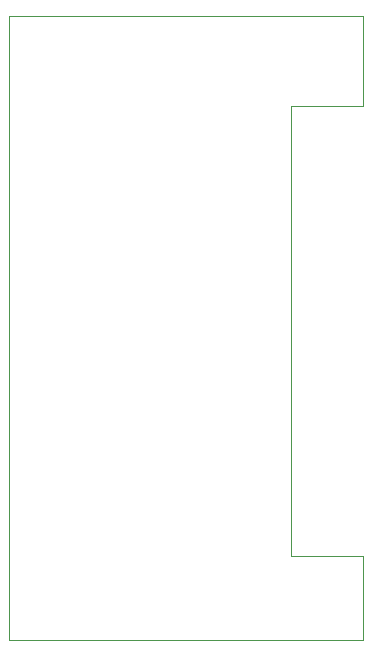
<source format=gm1>
G04 #@! TF.GenerationSoftware,KiCad,Pcbnew,(5.1.5)-3*
G04 #@! TF.CreationDate,2020-04-25T12:46:17+05:30*
G04 #@! TF.ProjectId,bread power supply schematic,62726561-6420-4706-9f77-657220737570,rev?*
G04 #@! TF.SameCoordinates,Original*
G04 #@! TF.FileFunction,Profile,NP*
%FSLAX46Y46*%
G04 Gerber Fmt 4.6, Leading zero omitted, Abs format (unit mm)*
G04 Created by KiCad (PCBNEW (5.1.5)-3) date 2020-04-25 12:46:17*
%MOMM*%
%LPD*%
G04 APERTURE LIST*
%ADD10C,0.050000*%
G04 APERTURE END LIST*
D10*
X140208000Y-126492000D02*
X146304000Y-126492000D01*
X146304000Y-118872000D02*
X146304000Y-119380000D01*
X116332000Y-118872000D02*
X146304000Y-118872000D01*
X146304000Y-126492000D02*
X146304000Y-119380000D01*
X140208000Y-164592000D02*
X140208000Y-126492000D01*
X146304000Y-164592000D02*
X140208000Y-164592000D01*
X146304000Y-171704000D02*
X146304000Y-164592000D01*
X116332000Y-171704000D02*
X146304000Y-171704000D01*
X116332000Y-118872000D02*
X116332000Y-171704000D01*
M02*

</source>
